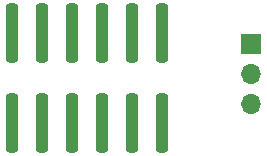
<source format=gbr>
%TF.GenerationSoftware,KiCad,Pcbnew,(6.0.11)*%
%TF.CreationDate,2024-01-05T00:57:41+00:00*%
%TF.ProjectId,Econet_ID_Extender_Internal,45636f6e-6574-45f4-9944-5f457874656e,rev?*%
%TF.SameCoordinates,Original*%
%TF.FileFunction,Soldermask,Top*%
%TF.FilePolarity,Negative*%
%FSLAX46Y46*%
G04 Gerber Fmt 4.6, Leading zero omitted, Abs format (unit mm)*
G04 Created by KiCad (PCBNEW (6.0.11)) date 2024-01-05 00:57:41*
%MOMM*%
%LPD*%
G01*
G04 APERTURE LIST*
G04 Aperture macros list*
%AMRoundRect*
0 Rectangle with rounded corners*
0 $1 Rounding radius*
0 $2 $3 $4 $5 $6 $7 $8 $9 X,Y pos of 4 corners*
0 Add a 4 corners polygon primitive as box body*
4,1,4,$2,$3,$4,$5,$6,$7,$8,$9,$2,$3,0*
0 Add four circle primitives for the rounded corners*
1,1,$1+$1,$2,$3*
1,1,$1+$1,$4,$5*
1,1,$1+$1,$6,$7*
1,1,$1+$1,$8,$9*
0 Add four rect primitives between the rounded corners*
20,1,$1+$1,$2,$3,$4,$5,0*
20,1,$1+$1,$4,$5,$6,$7,0*
20,1,$1+$1,$6,$7,$8,$9,0*
20,1,$1+$1,$8,$9,$2,$3,0*%
G04 Aperture macros list end*
%ADD10R,1.700000X1.700000*%
%ADD11O,1.700000X1.700000*%
%ADD12RoundRect,0.255000X0.255000X-2.245000X0.255000X2.245000X-0.255000X2.245000X-0.255000X-2.245000X0*%
G04 APERTURE END LIST*
D10*
%TO.C,J3*%
X158080000Y-89700000D03*
D11*
X158080000Y-92240000D03*
X158080000Y-94780000D03*
%TD*%
D12*
%TO.C,J1*%
X137874996Y-96374996D03*
X137874996Y-88774996D03*
X140414996Y-96374996D03*
X140414996Y-88774996D03*
X142954996Y-96374996D03*
X142954996Y-88774996D03*
X145494996Y-96374996D03*
X145494996Y-88774996D03*
X148034996Y-96374996D03*
X148034996Y-88774996D03*
X150574996Y-96374996D03*
X150574996Y-88774996D03*
%TD*%
M02*

</source>
